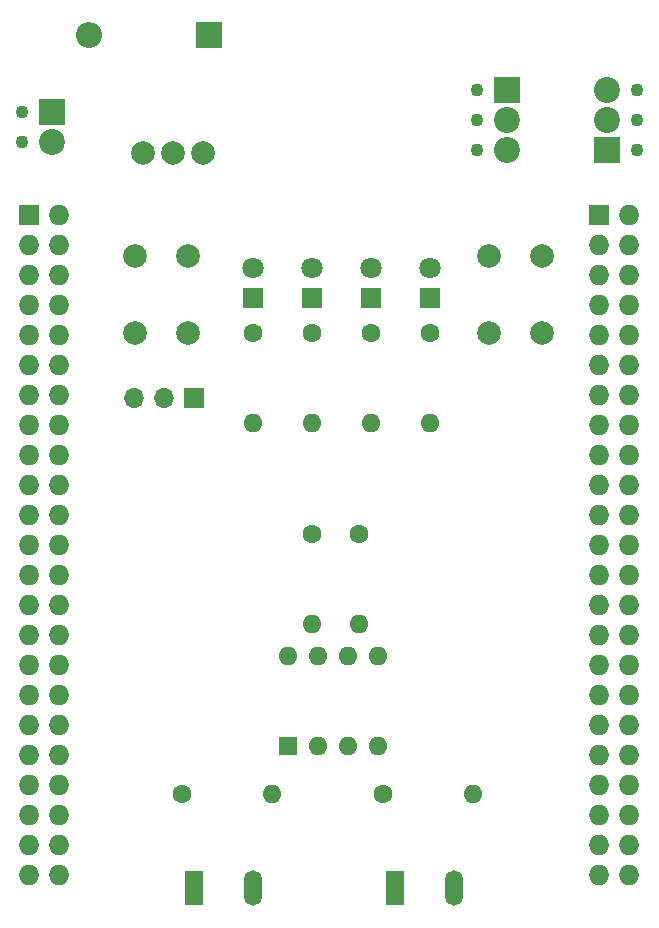
<source format=gbs>
G04 #@! TF.GenerationSoftware,KiCad,Pcbnew,6.0.5+dfsg-1~bpo11+1*
G04 #@! TF.CreationDate,2022-07-02T08:21:34+00:00*
G04 #@! TF.ProjectId,bbbalarm,62626261-6c61-4726-9d2e-6b696361645f,rev?*
G04 #@! TF.SameCoordinates,Original*
G04 #@! TF.FileFunction,Soldermask,Bot*
G04 #@! TF.FilePolarity,Negative*
%FSLAX46Y46*%
G04 Gerber Fmt 4.6, Leading zero omitted, Abs format (unit mm)*
G04 Created by KiCad (PCBNEW 6.0.5+dfsg-1~bpo11+1) date 2022-07-02 08:21:34*
%MOMM*%
%LPD*%
G01*
G04 APERTURE LIST*
%ADD10R,1.727200X1.727200*%
%ADD11O,1.727200X1.727200*%
%ADD12C,2.000000*%
%ADD13C,1.100000*%
%ADD14R,2.200000X2.200000*%
%ADD15C,2.200000*%
%ADD16O,2.200000X2.200000*%
%ADD17R,1.800000X1.800000*%
%ADD18C,1.800000*%
%ADD19R,1.500000X3.000000*%
%ADD20O,1.500000X3.000000*%
%ADD21C,1.600000*%
%ADD22O,1.600000X1.600000*%
%ADD23R,1.600000X1.600000*%
%ADD24R,1.700000X1.700000*%
%ADD25O,1.700000X1.700000*%
G04 APERTURE END LIST*
D10*
X164630100Y-62382400D03*
D11*
X167170100Y-62382400D03*
X164630100Y-64922400D03*
X167170100Y-64922400D03*
X164630100Y-67462400D03*
X167170100Y-67462400D03*
X164630100Y-70002400D03*
X167170100Y-70002400D03*
X164630100Y-72542400D03*
X167170100Y-72542400D03*
X164630100Y-75082400D03*
X167170100Y-75082400D03*
X164630100Y-77622400D03*
X167170100Y-77622400D03*
X164630100Y-80162400D03*
X167170100Y-80162400D03*
X164630100Y-82702400D03*
X167170100Y-82702400D03*
X164630100Y-85242400D03*
X167170100Y-85242400D03*
X164630100Y-87782400D03*
X167170100Y-87782400D03*
X164630100Y-90322400D03*
X167170100Y-90322400D03*
X164630100Y-92862400D03*
X167170100Y-92862400D03*
X164630100Y-95402400D03*
X167170100Y-95402400D03*
X164630100Y-97942400D03*
X167170100Y-97942400D03*
X164630100Y-100482400D03*
X167170100Y-100482400D03*
X164630100Y-103022400D03*
X167170100Y-103022400D03*
X164630100Y-105562400D03*
X167170100Y-105562400D03*
X164630100Y-108102400D03*
X167170100Y-108102400D03*
X164630100Y-110642400D03*
X167170100Y-110642400D03*
X164630100Y-113182400D03*
X167170100Y-113182400D03*
X164630100Y-115722400D03*
X167170100Y-115722400D03*
X164630100Y-118262400D03*
X167170100Y-118262400D03*
D12*
X155370100Y-65882400D03*
X155370100Y-72382400D03*
X159870100Y-72382400D03*
X159870100Y-65882400D03*
X125370100Y-72382400D03*
X125370100Y-65882400D03*
X129870100Y-65882400D03*
X129870100Y-72382400D03*
D13*
X115830100Y-53632400D03*
X115830100Y-56172400D03*
D14*
X118370100Y-53632400D03*
D15*
X118370100Y-56172400D03*
D12*
X126080100Y-57132400D03*
X128620100Y-57132400D03*
X131160100Y-57132400D03*
D14*
X131620100Y-47132400D03*
D16*
X121460100Y-47132400D03*
D17*
X135370100Y-69382400D03*
D18*
X135370100Y-66842400D03*
D17*
X140370100Y-69382400D03*
D18*
X140370100Y-66842400D03*
D17*
X145370100Y-69382400D03*
D18*
X145370100Y-66842400D03*
D17*
X150370100Y-69382400D03*
D18*
X150370100Y-66842400D03*
D19*
X130370100Y-119382400D03*
D20*
X135370100Y-119382400D03*
D19*
X147370100Y-119382400D03*
D20*
X152370100Y-119382400D03*
D21*
X135370100Y-72382400D03*
D22*
X135370100Y-80002400D03*
D21*
X140370100Y-72382400D03*
D22*
X140370100Y-80002400D03*
D21*
X145370100Y-72382400D03*
D22*
X145370100Y-80002400D03*
D21*
X150370100Y-72382400D03*
D22*
X150370100Y-80002400D03*
D21*
X140370100Y-89382400D03*
D22*
X140370100Y-97002400D03*
D21*
X144370100Y-89382400D03*
D22*
X144370100Y-97002400D03*
D21*
X129370100Y-111382400D03*
D22*
X136990100Y-111382400D03*
D21*
X146370100Y-111382400D03*
D22*
X153990100Y-111382400D03*
D13*
X167910100Y-51802400D03*
X167910100Y-54342400D03*
X167910100Y-56882400D03*
D14*
X165370100Y-56882400D03*
D15*
X165370100Y-54342400D03*
X165370100Y-51802400D03*
D23*
X138370100Y-107382400D03*
D22*
X140910100Y-107382400D03*
X143450100Y-107382400D03*
X145990100Y-107382400D03*
X145990100Y-99762400D03*
X143450100Y-99762400D03*
X140910100Y-99762400D03*
X138370100Y-99762400D03*
D10*
X116370100Y-62382400D03*
D11*
X118910100Y-62382400D03*
X116370100Y-64922400D03*
X118910100Y-64922400D03*
X116370100Y-67462400D03*
X118910100Y-67462400D03*
X116370100Y-70002400D03*
X118910100Y-70002400D03*
X116370100Y-72542400D03*
X118910100Y-72542400D03*
X116370100Y-75082400D03*
X118910100Y-75082400D03*
X116370100Y-77622400D03*
X118910100Y-77622400D03*
X116370100Y-80162400D03*
X118910100Y-80162400D03*
X116370100Y-82702400D03*
X118910100Y-82702400D03*
X116370100Y-85242400D03*
X118910100Y-85242400D03*
X116370100Y-87782400D03*
X118910100Y-87782400D03*
X116370100Y-90322400D03*
X118910100Y-90322400D03*
X116370100Y-92862400D03*
X118910100Y-92862400D03*
X116370100Y-95402400D03*
X118910100Y-95402400D03*
X116370100Y-97942400D03*
X118910100Y-97942400D03*
X116370100Y-100482400D03*
X118910100Y-100482400D03*
X116370100Y-103022400D03*
X118910100Y-103022400D03*
X116370100Y-105562400D03*
X118910100Y-105562400D03*
X116370100Y-108102400D03*
X118910100Y-108102400D03*
X116370100Y-110642400D03*
X118910100Y-110642400D03*
X116370100Y-113182400D03*
X118910100Y-113182400D03*
X116370100Y-115722400D03*
X118910100Y-115722400D03*
X116370100Y-118262400D03*
X118910100Y-118262400D03*
D13*
X154330100Y-56922400D03*
X154330100Y-51842400D03*
X154330100Y-54382400D03*
D14*
X156870100Y-51842400D03*
D15*
X156870100Y-54382400D03*
X156870100Y-56922400D03*
D24*
X130370100Y-77882400D03*
D25*
X127830100Y-77882400D03*
X125290100Y-77882400D03*
M02*

</source>
